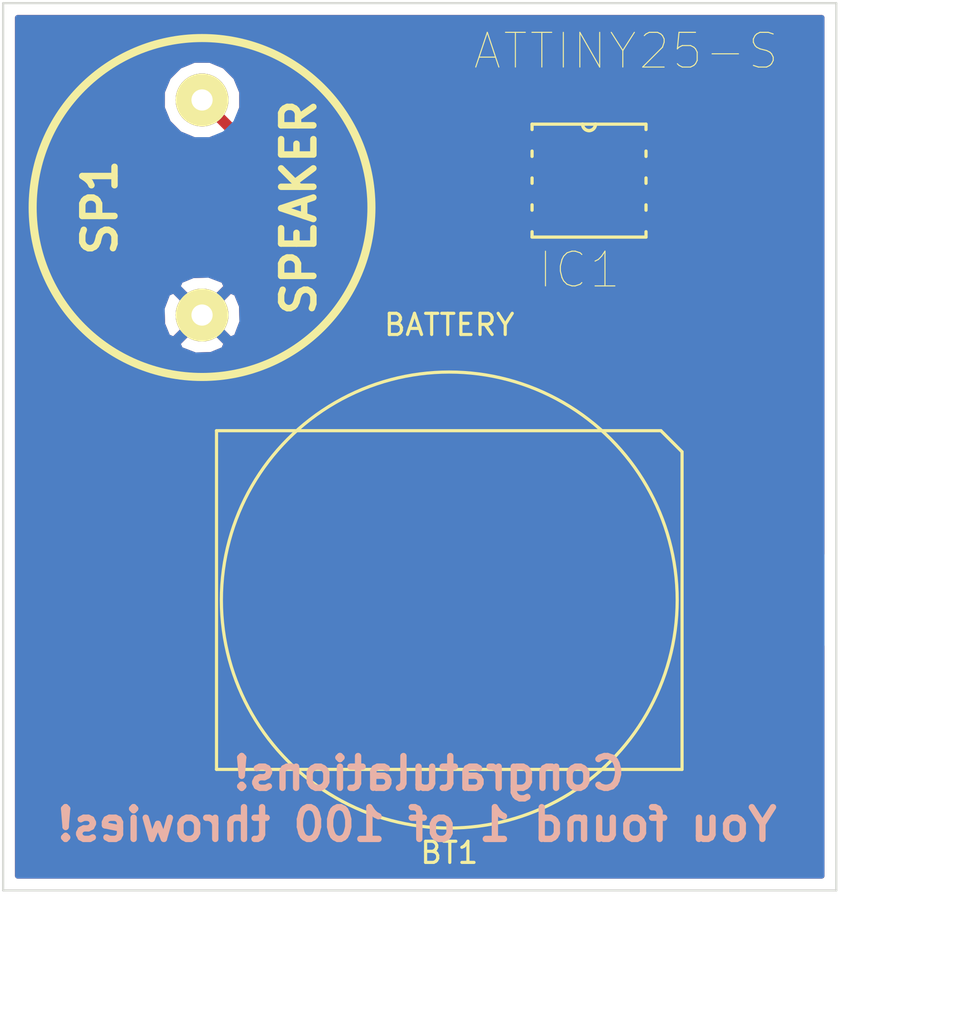
<source format=kicad_pcb>
(kicad_pcb (version 4) (host pcbnew 4.0.7)

  (general
    (links 4)
    (no_connects 0)
    (area 231.851999 98.247999 281.661999 148.496001)
    (thickness 1.6)
    (drawings 7)
    (tracks 9)
    (zones 0)
    (modules 3)
    (nets 4)
  )

  (page A3)
  (layers
    (0 F.Cu signal)
    (31 B.Cu signal)
    (32 B.Adhes user)
    (33 F.Adhes user)
    (34 B.Paste user)
    (35 F.Paste user)
    (36 B.SilkS user)
    (37 F.SilkS user)
    (38 B.Mask user)
    (39 F.Mask user)
    (40 Dwgs.User user)
    (41 Cmts.User user)
    (42 Eco1.User user)
    (43 Eco2.User user)
    (44 Edge.Cuts user)
  )

  (setup
    (last_trace_width 0.254)
    (trace_clearance 0.254)
    (zone_clearance 0.508)
    (zone_45_only no)
    (trace_min 0.254)
    (segment_width 0.2)
    (edge_width 0.1)
    (via_size 0.889)
    (via_drill 0.635)
    (via_min_size 0.889)
    (via_min_drill 0.508)
    (uvia_size 0.508)
    (uvia_drill 0.127)
    (uvias_allowed no)
    (uvia_min_size 0.508)
    (uvia_min_drill 0.127)
    (pcb_text_width 0.3)
    (pcb_text_size 1.5 1.5)
    (mod_edge_width 0.15)
    (mod_text_size 1 1)
    (mod_text_width 0.15)
    (pad_size 1.5 1.5)
    (pad_drill 0.6)
    (pad_to_mask_clearance 0)
    (aux_axis_origin 0 0)
    (visible_elements FFFFFFBF)
    (pcbplotparams
      (layerselection 0x01cff_80000001)
      (usegerberextensions true)
      (excludeedgelayer true)
      (linewidth 0.150000)
      (plotframeref false)
      (viasonmask false)
      (mode 1)
      (useauxorigin false)
      (hpglpennumber 1)
      (hpglpenspeed 20)
      (hpglpendiameter 15)
      (hpglpenoverlay 2)
      (psnegative false)
      (psa4output false)
      (plotreference true)
      (plotvalue true)
      (plotinvisibletext false)
      (padsonsilk false)
      (subtractmaskfromsilk false)
      (outputformat 1)
      (mirror false)
      (drillshape 0)
      (scaleselection 1)
      (outputdirectory mask/))
  )

  (net 0 "")
  (net 1 N-000002)
  (net 2 N-000007)
  (net 3 N-000008)

  (net_class Default "This is the default net class."
    (clearance 0.254)
    (trace_width 0.254)
    (via_dia 0.889)
    (via_drill 0.635)
    (uvia_dia 0.508)
    (uvia_drill 0.127)
  )

  (net_class power ""
    (clearance 0.254)
    (trace_width 0.508)
    (via_dia 0.889)
    (via_drill 0.635)
    (uvia_dia 0.508)
    (uvia_drill 0.127)
    (add_net N-000002)
    (add_net N-000007)
    (add_net N-000008)
  )

  (module SOIC127P798X216-8N (layer F.Cu) (tedit 0) (tstamp 5A2AC874)
    (at 259.588 106.68)
    (path /5A2AB71B)
    (solder_mask_margin 0.1)
    (attr smd)
    (fp_text reference IC1 (at -0.4572 4.2164) (layer F.SilkS)
      (effects (font (size 1.64 1.64) (thickness 0.05)))
    )
    (fp_text value ATTINY25-S (at 1.7526 -6.1214) (layer F.SilkS)
      (effects (font (size 1.64 1.64) (thickness 0.05)))
    )
    (fp_line (start -2.6924 -1.6764) (end -2.6924 -2.1336) (layer Dwgs.User) (width 0.15))
    (fp_line (start -2.6924 -2.1336) (end -4.1402 -2.1336) (layer Dwgs.User) (width 0.15))
    (fp_line (start -4.1402 -2.1336) (end -4.1402 -1.6764) (layer Dwgs.User) (width 0.15))
    (fp_line (start -4.1402 -1.6764) (end -2.6924 -1.6764) (layer Dwgs.User) (width 0.15))
    (fp_line (start -2.6924 -0.4064) (end -2.6924 -0.8636) (layer Dwgs.User) (width 0.15))
    (fp_line (start -2.6924 -0.8636) (end -4.1402 -0.8636) (layer Dwgs.User) (width 0.15))
    (fp_line (start -4.1402 -0.8636) (end -4.1402 -0.4064) (layer Dwgs.User) (width 0.15))
    (fp_line (start -4.1402 -0.4064) (end -2.6924 -0.4064) (layer Dwgs.User) (width 0.15))
    (fp_line (start -2.6924 0.8636) (end -2.6924 0.4064) (layer Dwgs.User) (width 0.15))
    (fp_line (start -2.6924 0.4064) (end -4.1402 0.4064) (layer Dwgs.User) (width 0.15))
    (fp_line (start -4.1402 0.4064) (end -4.1402 0.8636) (layer Dwgs.User) (width 0.15))
    (fp_line (start -4.1402 0.8636) (end -2.6924 0.8636) (layer Dwgs.User) (width 0.15))
    (fp_line (start -2.6924 2.1336) (end -2.6924 1.6764) (layer Dwgs.User) (width 0.15))
    (fp_line (start -2.6924 1.6764) (end -4.1402 1.6764) (layer Dwgs.User) (width 0.15))
    (fp_line (start -4.1402 1.6764) (end -4.1402 2.1336) (layer Dwgs.User) (width 0.15))
    (fp_line (start -4.1402 2.1336) (end -2.6924 2.1336) (layer Dwgs.User) (width 0.15))
    (fp_line (start 2.6924 1.6764) (end 2.6924 2.1336) (layer Dwgs.User) (width 0.15))
    (fp_line (start 2.6924 2.1336) (end 4.1402 2.1336) (layer Dwgs.User) (width 0.15))
    (fp_line (start 4.1402 2.1336) (end 4.1402 1.6764) (layer Dwgs.User) (width 0.15))
    (fp_line (start 4.1402 1.6764) (end 2.6924 1.6764) (layer Dwgs.User) (width 0.15))
    (fp_line (start 2.6924 0.4064) (end 2.6924 0.8636) (layer Dwgs.User) (width 0.15))
    (fp_line (start 2.6924 0.8636) (end 4.1402 0.8636) (layer Dwgs.User) (width 0.15))
    (fp_line (start 4.1402 0.8636) (end 4.1402 0.4064) (layer Dwgs.User) (width 0.15))
    (fp_line (start 4.1402 0.4064) (end 2.6924 0.4064) (layer Dwgs.User) (width 0.15))
    (fp_line (start 2.6924 -0.8636) (end 2.6924 -0.4064) (layer Dwgs.User) (width 0.15))
    (fp_line (start 2.6924 -0.4064) (end 4.1402 -0.4064) (layer Dwgs.User) (width 0.15))
    (fp_line (start 4.1402 -0.4064) (end 4.1402 -0.8636) (layer Dwgs.User) (width 0.15))
    (fp_line (start 4.1402 -0.8636) (end 2.6924 -0.8636) (layer Dwgs.User) (width 0.15))
    (fp_line (start 2.6924 -2.1336) (end 2.6924 -1.6764) (layer Dwgs.User) (width 0.15))
    (fp_line (start 2.6924 -1.6764) (end 4.1402 -1.6764) (layer Dwgs.User) (width 0.15))
    (fp_line (start 4.1402 -1.6764) (end 4.1402 -2.1336) (layer Dwgs.User) (width 0.15))
    (fp_line (start 4.1402 -2.1336) (end 2.6924 -2.1336) (layer Dwgs.User) (width 0.15))
    (fp_line (start -2.6924 2.667) (end 2.6924 2.667) (layer Dwgs.User) (width 0.15))
    (fp_line (start 2.6924 2.667) (end 2.6924 -2.667) (layer Dwgs.User) (width 0.15))
    (fp_line (start 2.6924 -2.667) (end 0.3048 -2.667) (layer Dwgs.User) (width 0.15))
    (fp_line (start 0.3048 -2.667) (end -0.3048 -2.667) (layer Dwgs.User) (width 0.15))
    (fp_line (start -0.3048 -2.667) (end -2.6924 -2.667) (layer Dwgs.User) (width 0.15))
    (fp_line (start -2.6924 -2.667) (end -2.6924 2.667) (layer Dwgs.User) (width 0.15))
    (fp_arc (start 0 -2.667) (end -0.3048 -2.667) (angle -180) (layer Dwgs.User) (width 0.15))
    (fp_arc (start 0 -2.667) (end -0.3048 -2.667) (angle -180) (layer Dwgs.User) (width 0.15))
    (fp_line (start -2.6924 -0.127) (end -2.6924 0.127) (layer F.SilkS) (width 0.1524))
    (fp_line (start -2.6924 1.143) (end -2.6924 1.397) (layer F.SilkS) (width 0.1524))
    (fp_line (start -2.6924 2.413) (end -2.6924 2.667) (layer F.SilkS) (width 0.1524))
    (fp_line (start 2.6924 1.397) (end 2.6924 1.143) (layer F.SilkS) (width 0.1524))
    (fp_line (start 2.6924 0.127) (end 2.6924 -0.127) (layer F.SilkS) (width 0.1524))
    (fp_line (start 2.6924 -1.143) (end 2.6924 -1.397) (layer F.SilkS) (width 0.1524))
    (fp_line (start 2.6924 -2.413) (end 2.6924 -2.667) (layer F.SilkS) (width 0.1524))
    (fp_line (start -2.6924 2.667) (end 2.6924 2.667) (layer F.SilkS) (width 0.1524))
    (fp_line (start 2.6924 2.667) (end 2.6924 2.413) (layer F.SilkS) (width 0.1524))
    (fp_line (start 2.6924 -2.667) (end 0.3048 -2.667) (layer F.SilkS) (width 0.1524))
    (fp_line (start 0.3048 -2.667) (end -0.3048 -2.667) (layer F.SilkS) (width 0.1524))
    (fp_line (start -0.3048 -2.667) (end -2.6924 -2.667) (layer F.SilkS) (width 0.1524))
    (fp_line (start -2.6924 -2.667) (end -2.6924 -2.413) (layer F.SilkS) (width 0.1524))
    (fp_line (start -2.6924 -1.397) (end -2.6924 -1.143) (layer F.SilkS) (width 0.1524))
    (fp_arc (start 0 -2.667) (end -0.3048 -2.667) (angle -180) (layer F.SilkS) (width 0.1524))
    (fp_arc (start 0 -2.667) (end -0.3048 -2.667) (angle -180) (layer F.SilkS) (width 0.1524))
    (pad 1 smd rect (at -3.7084 -1.905) (size 1.5494 0.5334) (layers F.Cu F.Paste F.Mask)
      (solder_mask_margin 0.2))
    (pad 2 smd rect (at -3.7084 -0.635) (size 1.5494 0.5334) (layers F.Cu F.Paste F.Mask)
      (solder_mask_margin 0.2))
    (pad 3 smd rect (at -3.7084 0.635) (size 1.5494 0.5334) (layers F.Cu F.Paste F.Mask)
      (net 1 N-000002) (solder_mask_margin 0.2))
    (pad 4 smd rect (at -3.7084 1.905) (size 1.5494 0.5334) (layers F.Cu F.Paste F.Mask)
      (net 2 N-000007) (solder_mask_margin 0.2))
    (pad 5 smd rect (at 3.7084 1.905) (size 1.5494 0.5334) (layers F.Cu F.Paste F.Mask)
      (solder_mask_margin 0.2))
    (pad 6 smd rect (at 3.7084 0.635) (size 1.5494 0.5334) (layers F.Cu F.Paste F.Mask)
      (solder_mask_margin 0.2))
    (pad 7 smd rect (at 3.7084 -0.635) (size 1.5494 0.5334) (layers F.Cu F.Paste F.Mask)
      (solder_mask_margin 0.2))
    (pad 8 smd rect (at 3.7084 -1.905) (size 1.5494 0.5334) (layers F.Cu F.Paste F.Mask)
      (net 3 N-000008) (solder_mask_margin 0.2))
  )

  (module CR2032SMD_FLO (layer F.Cu) (tedit 5A2ACB5D) (tstamp 5A2AC880)
    (at 252.984 126.492 180)
    (path /5A2AB741)
    (fp_text reference BT1 (at 0 -11.938 180) (layer F.SilkS)
      (effects (font (size 1 1) (thickness 0.15)))
    )
    (fp_text value BATTERY (at 0 13 180) (layer F.SilkS)
      (effects (font (size 1 1) (thickness 0.15)))
    )
    (fp_circle (center 0 0) (end -4 -10) (layer F.SilkS) (width 0.15))
    (fp_line (start -11 -8) (end 11 -8) (layer F.SilkS) (width 0.15))
    (fp_line (start 11 -8) (end 11 8) (layer F.SilkS) (width 0.15))
    (fp_line (start 11 8) (end -10 8) (layer F.SilkS) (width 0.15))
    (fp_line (start -10 8) (end -11 7) (layer F.SilkS) (width 0.15))
    (fp_line (start -11 7) (end -11 -8) (layer F.SilkS) (width 0.15))
    (pad 1 smd rect (at -15 0 180) (size 4 4) (layers F.Cu F.Paste F.Mask)
      (net 3 N-000008))
    (pad 2 smd rect (at 15 0 180) (size 4 4) (layers F.Cu F.Paste F.Mask)
      (net 2 N-000007))
  )

  (module BUZZER (layer F.Cu) (tedit 5A2ACAD3) (tstamp 5A2AC887)
    (at 241.3 107.95 90)
    (path /5A2AB7A3)
    (fp_text reference SP1 (at 0 -4.826 90) (layer F.SilkS)
      (effects (font (thickness 0.3048)))
    )
    (fp_text value SPEAKER (at 0 4.572 90) (layer F.SilkS)
      (effects (font (thickness 0.3048)))
    )
    (fp_circle (center 0 0) (end 8.001 0.24892) (layer F.SilkS) (width 0.381))
    (pad 2 thru_hole circle (at 5.08 0 90) (size 2.49936 2.49936) (drill 1.00076) (layers *.Cu *.Mask F.SilkS)
      (net 1 N-000002))
    (pad 1 thru_hole circle (at -5.08 0 90) (size 2.49936 2.49936) (drill 1.00076) (layers *.Cu *.Mask F.SilkS)
      (net 2 N-000007))
    (model divers\buzzer.wrl
      (at (xyz 0 0 0))
      (scale (xyz 0.8 0.8 0.8))
      (rotate (xyz 0 0 0))
    )
  )

  (gr_text "Congratulations! \nYou found 1 of 100 throwies!" (at 251.46 135.89) (layer B.SilkS)
    (effects (font (size 1.5 1.5) (thickness 0.3)) (justify mirror))
  )
  (dimension 41.91 (width 0.3) (layer Cmts.User)
    (gr_text "41.910 mm" (at 275.161999 119.253 270) (layer Cmts.User)
      (effects (font (size 1.5 1.5) (thickness 0.3)))
    )
    (feature1 (pts (xy 271.272 140.208) (xy 276.511999 140.208)))
    (feature2 (pts (xy 271.272 98.298) (xy 276.511999 98.298)))
    (crossbar (pts (xy 273.811999 98.298) (xy 273.811999 140.208)))
    (arrow1a (pts (xy 273.811999 140.208) (xy 273.225579 139.081497)))
    (arrow1b (pts (xy 273.811999 140.208) (xy 274.398419 139.081497)))
    (arrow2a (pts (xy 273.811999 98.298) (xy 273.225579 99.424503)))
    (arrow2b (pts (xy 273.811999 98.298) (xy 274.398419 99.424503)))
  )
  (dimension 39.37 (width 0.3) (layer Cmts.User)
    (gr_text "39.370 mm" (at 251.587 147.146) (layer Cmts.User)
      (effects (font (size 1.5 1.5) (thickness 0.3)))
    )
    (feature1 (pts (xy 271.272 140.208) (xy 271.272 148.496)))
    (feature2 (pts (xy 231.902 140.208) (xy 231.902 148.496)))
    (crossbar (pts (xy 231.902 145.796) (xy 271.272 145.796)))
    (arrow1a (pts (xy 271.272 145.796) (xy 270.145497 146.38242)))
    (arrow1b (pts (xy 271.272 145.796) (xy 270.145497 145.20958)))
    (arrow2a (pts (xy 231.902 145.796) (xy 233.028503 146.38242)))
    (arrow2b (pts (xy 231.902 145.796) (xy 233.028503 145.20958)))
  )
  (gr_line (start 231.902 140.208) (end 231.902 98.298) (angle 90) (layer Edge.Cuts) (width 0.1))
  (gr_line (start 271.272 140.208) (end 231.902 140.208) (angle 90) (layer Edge.Cuts) (width 0.1))
  (gr_line (start 271.272 98.298) (end 271.272 140.208) (angle 90) (layer Edge.Cuts) (width 0.1))
  (gr_line (start 231.902 98.298) (end 271.272 98.298) (angle 90) (layer Edge.Cuts) (width 0.1))

  (segment (start 255.8796 107.315) (end 245.745 107.315) (width 0.508) (layer F.Cu) (net 1))
  (segment (start 245.745 107.315) (end 241.3 102.87) (width 0.508) (layer F.Cu) (net 1) (tstamp 5A2ACAA3))
  (segment (start 255.8796 108.585) (end 245.745 108.585) (width 0.508) (layer F.Cu) (net 2))
  (segment (start 245.745 108.585) (end 241.3 113.03) (width 0.508) (layer F.Cu) (net 2) (tstamp 5A2ACA97))
  (segment (start 237.984 126.492) (end 237.984 116.346) (width 0.508) (layer F.Cu) (net 2))
  (segment (start 237.984 116.346) (end 241.3 113.03) (width 0.508) (layer F.Cu) (net 2) (tstamp 5A2ACA8B))
  (segment (start 267.984 126.492) (end 267.984 106.186) (width 0.508) (layer F.Cu) (net 3))
  (segment (start 266.573 104.775) (end 263.2964 104.775) (width 0.508) (layer F.Cu) (net 3) (tstamp 5A2ACAE5))
  (segment (start 267.984 106.186) (end 266.573 104.775) (width 0.508) (layer F.Cu) (net 3) (tstamp 5A2ACAE1))

  (zone (net 2) (net_name N-000007) (layer F.Cu) (tstamp 5A2ACC75) (hatch edge 0.508)
    (connect_pads (clearance 0.508))
    (min_thickness 0.254)
    (fill (arc_segments 16) (thermal_gap 0.508) (thermal_bridge_width 0.508))
    (polygon
      (pts
        (xy 270.764 139.7) (xy 232.41 139.7) (xy 232.41 98.806) (xy 270.764 98.806)
      )
    )
    (filled_polygon
      (pts
        (xy 270.587 139.523) (xy 257.28941 139.523) (xy 257.28941 107.455945) (xy 257.28941 106.922545) (xy 257.192941 106.689071)
        (xy 257.184026 106.68014) (xy 257.192313 106.671868) (xy 257.289189 106.438564) (xy 257.28941 106.185945) (xy 257.28941 105.652545)
        (xy 257.192941 105.419071) (xy 257.184026 105.41014) (xy 257.192313 105.401868) (xy 257.289189 105.168564) (xy 257.28941 104.915945)
        (xy 257.28941 104.382545) (xy 257.192941 104.149071) (xy 257.014468 103.970287) (xy 256.781164 103.873411) (xy 256.528545 103.87319)
        (xy 254.979145 103.87319) (xy 254.745671 103.969659) (xy 254.566887 104.148132) (xy 254.470011 104.381436) (xy 254.46979 104.634055)
        (xy 254.46979 105.167455) (xy 254.566259 105.400929) (xy 254.575173 105.409859) (xy 254.566887 105.418132) (xy 254.470011 105.651436)
        (xy 254.46979 105.904055) (xy 254.46979 106.426) (xy 246.113236 106.426) (xy 243.110829 103.423593) (xy 243.184352 103.246531)
        (xy 243.185006 102.496759) (xy 242.898686 101.803809) (xy 242.368979 101.273178) (xy 241.676531 100.985648) (xy 240.926759 100.984994)
        (xy 240.233809 101.271314) (xy 239.703178 101.801021) (xy 239.415648 102.493469) (xy 239.414994 103.243241) (xy 239.701314 103.936191)
        (xy 240.231021 104.466822) (xy 240.923469 104.754352) (xy 241.673241 104.755006) (xy 241.85335 104.680586) (xy 245.116382 107.943618)
        (xy 245.404794 108.136329) (xy 245.745 108.204) (xy 254.47 108.204) (xy 254.469916 108.299266) (xy 254.62865 108.458)
        (xy 255.7526 108.458) (xy 255.7526 108.438) (xy 256.0066 108.438) (xy 256.0066 108.458) (xy 257.13055 108.458)
        (xy 257.289283 108.299266) (xy 257.289189 108.191436) (xy 257.192313 107.958132) (xy 257.184166 107.95) (xy 257.192313 107.941868)
        (xy 257.289189 107.708564) (xy 257.28941 107.455945) (xy 257.28941 139.523) (xy 257.289283 139.523) (xy 257.289283 108.870733)
        (xy 257.13055 108.712) (xy 256.0066 108.712) (xy 256.0066 109.32795) (xy 256.16535 109.4867) (xy 256.780055 109.48681)
        (xy 257.013529 109.390341) (xy 257.192313 109.211868) (xy 257.289189 108.978564) (xy 257.289283 108.870733) (xy 257.289283 139.523)
        (xy 255.7526 139.523) (xy 255.7526 109.32795) (xy 255.7526 108.712) (xy 254.62865 108.712) (xy 254.469916 108.870733)
        (xy 254.470011 108.978564) (xy 254.566887 109.211868) (xy 254.745671 109.390341) (xy 254.979145 109.48681) (xy 255.59385 109.4867)
        (xy 255.7526 109.32795) (xy 255.7526 139.523) (xy 243.19407 139.523) (xy 243.19407 113.354117) (xy 243.173926 112.604616)
        (xy 242.925858 112.005725) (xy 242.633089 111.876517) (xy 242.453483 112.056122) (xy 242.453483 111.696911) (xy 242.324275 111.404142)
        (xy 241.624117 111.13593) (xy 240.874616 111.156074) (xy 240.275725 111.404142) (xy 240.146517 111.696911) (xy 241.3 112.850395)
        (xy 242.453483 111.696911) (xy 242.453483 112.056122) (xy 241.479605 113.03) (xy 242.633089 114.183483) (xy 242.925858 114.054275)
        (xy 243.19407 113.354117) (xy 243.19407 139.523) (xy 242.453483 139.523) (xy 242.453483 114.363089) (xy 241.3 113.209605)
        (xy 241.120395 113.38921) (xy 241.120395 113.03) (xy 239.966911 111.876517) (xy 239.674142 112.005725) (xy 239.40593 112.705883)
        (xy 239.426074 113.455384) (xy 239.674142 114.054275) (xy 239.966911 114.183483) (xy 241.120395 113.03) (xy 241.120395 113.38921)
        (xy 240.146517 114.363089) (xy 240.275725 114.655858) (xy 240.975883 114.92407) (xy 241.725384 114.903926) (xy 242.324275 114.655858)
        (xy 242.453483 114.363089) (xy 242.453483 139.523) (xy 240.61911 139.523) (xy 240.61911 128.366245) (xy 240.61911 124.617755)
        (xy 240.618889 124.365136) (xy 240.522013 124.131832) (xy 240.343229 123.953359) (xy 240.109755 123.85689) (xy 238.26975 123.857)
        (xy 238.111 124.01575) (xy 238.111 126.365) (xy 240.46025 126.365) (xy 240.619 126.20625) (xy 240.61911 124.617755)
        (xy 240.61911 128.366245) (xy 240.619 126.77775) (xy 240.46025 126.619) (xy 238.111 126.619) (xy 238.111 128.96825)
        (xy 238.26975 129.127) (xy 240.109755 129.12711) (xy 240.343229 129.030641) (xy 240.522013 128.852168) (xy 240.618889 128.618864)
        (xy 240.61911 128.366245) (xy 240.61911 139.523) (xy 237.857 139.523) (xy 237.857 128.96825) (xy 237.857 126.619)
        (xy 237.857 126.365) (xy 237.857 124.01575) (xy 237.69825 123.857) (xy 235.858245 123.85689) (xy 235.624771 123.953359)
        (xy 235.445987 124.131832) (xy 235.349111 124.365136) (xy 235.34889 124.617755) (xy 235.349 126.20625) (xy 235.50775 126.365)
        (xy 237.857 126.365) (xy 237.857 126.619) (xy 235.50775 126.619) (xy 235.349 126.77775) (xy 235.34889 128.366245)
        (xy 235.349111 128.618864) (xy 235.445987 128.852168) (xy 235.624771 129.030641) (xy 235.858245 129.12711) (xy 237.69825 129.127)
        (xy 237.857 128.96825) (xy 237.857 139.523) (xy 232.587 139.523) (xy 232.587 98.983) (xy 270.587 98.983)
        (xy 270.587 124.288532) (xy 270.522641 124.132771) (xy 270.344168 123.953987) (xy 270.110864 123.857111) (xy 269.858245 123.85689)
        (xy 268.873 123.85689) (xy 268.873 106.186) (xy 268.805329 105.845794) (xy 268.612618 105.557382) (xy 267.201618 104.146382)
        (xy 266.913206 103.953671) (xy 266.573 103.886) (xy 264.228281 103.886) (xy 264.197964 103.873411) (xy 263.945345 103.87319)
        (xy 262.395945 103.87319) (xy 262.162471 103.969659) (xy 261.983687 104.148132) (xy 261.886811 104.381436) (xy 261.88659 104.634055)
        (xy 261.88659 105.167455) (xy 261.983059 105.400929) (xy 261.991973 105.409859) (xy 261.983687 105.418132) (xy 261.886811 105.651436)
        (xy 261.88659 105.904055) (xy 261.88659 106.437455) (xy 261.983059 106.670929) (xy 261.991973 106.679859) (xy 261.983687 106.688132)
        (xy 261.886811 106.921436) (xy 261.88659 107.174055) (xy 261.88659 107.707455) (xy 261.983059 107.940929) (xy 261.991973 107.949859)
        (xy 261.983687 107.958132) (xy 261.886811 108.191436) (xy 261.88659 108.444055) (xy 261.88659 108.977455) (xy 261.983059 109.210929)
        (xy 262.161532 109.389713) (xy 262.394836 109.486589) (xy 262.647455 109.48681) (xy 264.196855 109.48681) (xy 264.430329 109.390341)
        (xy 264.609113 109.211868) (xy 264.705989 108.978564) (xy 264.70621 108.725945) (xy 264.70621 108.192545) (xy 264.609741 107.959071)
        (xy 264.600826 107.95014) (xy 264.609113 107.941868) (xy 264.705989 107.708564) (xy 264.70621 107.455945) (xy 264.70621 106.922545)
        (xy 264.609741 106.689071) (xy 264.600826 106.68014) (xy 264.609113 106.671868) (xy 264.705989 106.438564) (xy 264.70621 106.185945)
        (xy 264.70621 105.664) (xy 266.204764 105.664) (xy 267.095 106.554236) (xy 267.095 123.85689) (xy 265.858245 123.85689)
        (xy 265.624771 123.953359) (xy 265.445987 124.131832) (xy 265.349111 124.365136) (xy 265.34889 124.617755) (xy 265.34889 128.617755)
        (xy 265.445359 128.851229) (xy 265.623832 129.030013) (xy 265.857136 129.126889) (xy 266.109755 129.12711) (xy 270.109755 129.12711)
        (xy 270.343229 129.030641) (xy 270.522013 128.852168) (xy 270.587 128.695661) (xy 270.587 139.523)
      )
    )
  )
  (zone (net 2) (net_name N-000007) (layer B.Cu) (tstamp 5A2ACCE6) (hatch edge 0.508)
    (connect_pads (clearance 0.508))
    (min_thickness 0.254)
    (fill (arc_segments 16) (thermal_gap 0.508) (thermal_bridge_width 0.508))
    (polygon
      (pts
        (xy 270.764 139.7) (xy 232.41 139.7) (xy 232.41 98.806) (xy 270.764 98.806)
      )
    )
    (filled_polygon
      (pts
        (xy 270.587 139.523) (xy 243.19407 139.523) (xy 243.19407 113.354117) (xy 243.185006 113.016871) (xy 243.185006 102.496759)
        (xy 242.898686 101.803809) (xy 242.368979 101.273178) (xy 241.676531 100.985648) (xy 240.926759 100.984994) (xy 240.233809 101.271314)
        (xy 239.703178 101.801021) (xy 239.415648 102.493469) (xy 239.414994 103.243241) (xy 239.701314 103.936191) (xy 240.231021 104.466822)
        (xy 240.923469 104.754352) (xy 241.673241 104.755006) (xy 242.366191 104.468686) (xy 242.896822 103.938979) (xy 243.184352 103.246531)
        (xy 243.185006 102.496759) (xy 243.185006 113.016871) (xy 243.173926 112.604616) (xy 242.925858 112.005725) (xy 242.633089 111.876517)
        (xy 242.453483 112.056122) (xy 242.453483 111.696911) (xy 242.324275 111.404142) (xy 241.624117 111.13593) (xy 240.874616 111.156074)
        (xy 240.275725 111.404142) (xy 240.146517 111.696911) (xy 241.3 112.850395) (xy 242.453483 111.696911) (xy 242.453483 112.056122)
        (xy 241.479605 113.03) (xy 242.633089 114.183483) (xy 242.925858 114.054275) (xy 243.19407 113.354117) (xy 243.19407 139.523)
        (xy 242.453483 139.523) (xy 242.453483 114.363089) (xy 241.3 113.209605) (xy 241.120395 113.38921) (xy 241.120395 113.03)
        (xy 239.966911 111.876517) (xy 239.674142 112.005725) (xy 239.40593 112.705883) (xy 239.426074 113.455384) (xy 239.674142 114.054275)
        (xy 239.966911 114.183483) (xy 241.120395 113.03) (xy 241.120395 113.38921) (xy 240.146517 114.363089) (xy 240.275725 114.655858)
        (xy 240.975883 114.92407) (xy 241.725384 114.903926) (xy 242.324275 114.655858) (xy 242.453483 114.363089) (xy 242.453483 139.523)
        (xy 232.587 139.523) (xy 232.587 98.983) (xy 270.587 98.983) (xy 270.587 139.523)
      )
    )
  )
)

</source>
